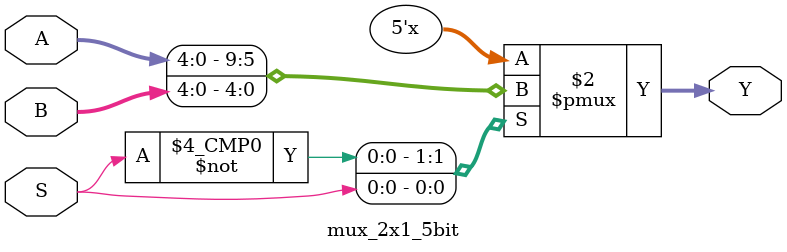
<source format=v>


module mux_2x1_5bit (Y, S, A, B);
	
	//Inputs
	input wire [4:0] A, B;
	input wire S;

	//Outputs
	output reg [4:0] Y;

	//Test for selection bit
	always @ (S, A, B)

	case(S)
		1'b0:	Y=A;
		1'b1:	Y=B;
	endcase // S

endmodule // mux_2x1_5bit
</source>
